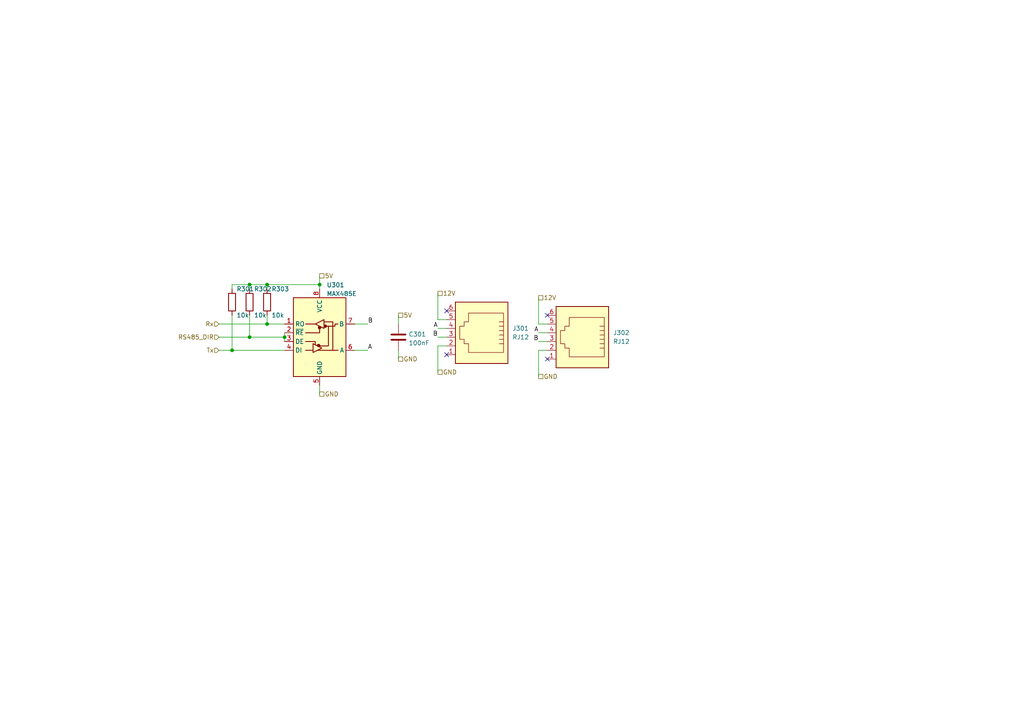
<source format=kicad_sch>
(kicad_sch (version 20230121) (generator eeschema)
  (paper "A4")
  (lib_symbols
    (symbol "Device:C" (pin_numbers hide) (pin_names (offset 0.254))
      (property "Reference" "C" (at 0.635 2.54 0))
      (property "Value" "C" (at 0.635 -2.54 0))
      (symbol "C_0_1"
        (polyline (pts (xy -2.032 -0.762) (xy 2.032 -0.762)) (stroke (width 0.508)))
        (polyline (pts (xy -2.032 0.762) (xy 2.032 0.762)) (stroke (width 0.508)))
      )
      (symbol "C_1_1"
        (pin passive line (at 0 3.81 270) (length 2.794) (name "~") (number "1"))
        (pin passive line (at 0 -3.81 90) (length 2.794) (name "~") (number "2"))
      )
    )
    (symbol "Device:R" (pin_numbers hide) (pin_names (offset 0))
      (property "Reference" "R" (at 2.032 0 90))
      (property "Value" "R" (at 0 0 90))
      (symbol "R_0_1"
        (rectangle (start -1.016 -2.54) (end 1.016 2.54) (stroke (width 0.254)))
      )
      (symbol "R_1_1"
        (pin passive line (at 0 3.81 270) (length 1.27) (name "~") (number "1"))
        (pin passive line (at 0 -3.81 90) (length 1.27) (name "~") (number "2"))
      )
    )
    (symbol "Interface_UART:MAX485E"
      (property "Reference" "U" (at -6.096 11.43 0))
      (property "Value" "MAX485E" (at 0.762 11.43 0))
      (symbol "MAX485E_0_1"
        (rectangle (start -7.62 10.16) (end 7.62 -12.7) (stroke (width 0.254)) (fill (type background)))
        (circle (center -0.3048 -3.683) (radius 0.3556) (stroke (width 0.254)) (fill (type outline)))
        (circle (center -0.0254 1.4986) (radius 0.3556) (stroke (width 0.254)) (fill (type outline)))
        (polyline (pts (xy -4.064 -5.08) (xy -1.905 -5.08)) (stroke (width 0.254)))
        (polyline (pts (xy -4.064 2.54) (xy -1.27 2.54)) (stroke (width 0.254)))
        (polyline (pts (xy -1.27 -3.2004) (xy -1.27 -3.4544)) (stroke (width 0.254)))
        (polyline (pts (xy -0.635 -5.08) (xy 5.334 -5.08)) (stroke (width 0.254)))
        (polyline (pts (xy -4.064 -2.54) (xy -1.27 -2.54) (xy -1.27 -3.175)) (stroke (width 0.254)))
        (polyline (pts (xy 0 1.27) (xy 0 0) (xy -4.064 0)) (stroke (width 0.254)))
        (polyline (pts (xy 1.27 3.175) (xy 3.81 3.175) (xy 3.81 -5.08)) (stroke (width 0.254)))
        (polyline (pts (xy 2.54 1.905) (xy 2.54 -3.81) (xy 0 -3.81)) (stroke (width 0.254)))
        (polyline (pts (xy -1.905 -3.175) (xy -1.905 -5.715) (xy 0.635 -4.445) (xy -1.905 -3.175)) (stroke (width 0.254)))
        (polyline (pts (xy -1.27 2.54) (xy 1.27 3.81) (xy 1.27 1.27) (xy -1.27 2.54)) (stroke (width 0.254)))
        (polyline (pts (xy 1.905 1.905) (xy 4.445 1.905) (xy 4.445 2.54) (xy 5.334 2.54)) (stroke (width 0.254)))
        (rectangle (start 1.27 3.175) (end 1.27 3.175))
        (circle (center 1.651 1.905) (radius 0.3556) (stroke (width 0.254)) (fill (type outline)))
      )
      (symbol "MAX485E_1_1"
        (pin output line (at -10.16 2.54 0) (length 2.54) (name "RO") (number "1"))
        (pin input line (at -10.16 0 0) (length 2.54) (name "~{RE}") (number "2"))
        (pin input line (at -10.16 -2.54 0) (length 2.54) (name "DE") (number "3"))
        (pin input line (at -10.16 -5.08 0) (length 2.54) (name "DI") (number "4"))
        (pin power_in line (at 0 -15.24 90) (length 2.54) (name "GND") (number "5"))
        (pin bidirectional line (at 10.16 -5.08 180) (length 2.54) (name "A") (number "6"))
        (pin bidirectional line (at 10.16 2.54 180) (length 2.54) (name "B") (number "7"))
        (pin power_in line (at 0 12.7 270) (length 2.54) (name "VCC") (number "8"))
      )
    )
    (symbol "custom_kicad_lib_sk:RJ12" (pin_names (offset 1.016))
      (property "Reference" "J" (at -5.08 11.43 0))
      (property "Value" "RJ12" (at 2.54 11.43 0))
      (symbol "RJ12_0_1"
        (polyline (pts (xy -6.35 -1.905) (xy -5.08 -1.905) (xy -5.08 -1.905)))
        (polyline (pts (xy -6.35 -0.635) (xy -5.08 -0.635) (xy -5.08 -0.635)))
        (polyline (pts (xy -6.35 0.635) (xy -5.08 0.635) (xy -5.08 0.635)))
        (polyline (pts (xy -6.35 1.905) (xy -5.08 1.905) (xy -5.08 1.905)))
        (polyline (pts (xy -6.35 3.175) (xy -5.08 3.175) (xy -5.08 3.175)))
        (polyline (pts (xy -5.08 4.445) (xy -6.35 4.445) (xy -6.35 4.445)))
        (polyline (pts (xy -6.35 -4.445) (xy -6.35 6.985) (xy 3.81 6.985) (xy 3.81 4.445) (xy 5.08 4.445) (xy 5.08 3.175) (xy 6.35 3.175) (xy 6.35 -0.635) (xy 5.08 -0.635) (xy 5.08 -1.905) (xy 3.81 -1.905) (xy 3.81 -4.445) (xy -6.35 -4.445) (xy -6.35 -4.445)))
        (rectangle (start 7.62 10.16) (end -7.62 -7.62) (stroke (width 0.254)) (fill (type background)))
      )
      (symbol "RJ12_1_1"
        (pin passive line (at 10.16 -5.08 180) (length 2.54) (name "~") (number "1"))
        (pin passive line (at 10.16 -2.54 180) (length 2.54) (name "~") (number "2"))
        (pin passive line (at 10.16 0 180) (length 2.54) (name "~") (number "3"))
        (pin passive line (at 10.16 2.54 180) (length 2.54) (name "~") (number "4"))
        (pin passive line (at 10.16 5.08 180) (length 2.54) (name "~") (number "5"))
        (pin passive line (at 10.16 7.62 180) (length 2.54) (name "~") (number "6"))
      )
    )
  )
  (junction (at 72.39 97.79))
  (junction (at 77.47 82.55))
  (junction (at 82.55 97.79))
  (junction (at 92.71 82.55))
  (junction (at 72.39 82.55))
  (junction (at 77.47 93.98))
  (junction (at 67.31 101.6))
  (no_connect (at 129.54 90.17))
  (no_connect (at 158.75 91.44))
  (no_connect (at 158.75 104.14))
  (no_connect (at 129.54 102.87))
  (wire (pts (xy 102.87 101.6) (xy 106.68 101.6)))
  (wire (pts (xy 156.21 109.22) (xy 156.21 101.6)))
  (wire (pts (xy 115.57 101.6) (xy 115.57 104.14)))
  (wire (pts (xy 63.5 97.79) (xy 72.39 97.79)))
  (wire (pts (xy 63.5 93.98) (xy 77.47 93.98)))
  (wire (pts (xy 67.31 91.44) (xy 67.31 101.6)))
  (wire (pts (xy 129.54 95.25) (xy 127 95.25)))
  (wire (pts (xy 92.71 80.01) (xy 92.71 82.55)))
  (wire (pts (xy 77.47 82.55) (xy 77.47 83.82)))
  (wire (pts (xy 72.39 82.55) (xy 77.47 82.55)))
  (wire (pts (xy 67.31 82.55) (xy 72.39 82.55)))
  (wire (pts (xy 82.55 97.79) (xy 82.55 99.06)))
  (wire (pts (xy 129.54 97.79) (xy 127 97.79)))
  (wire (pts (xy 115.57 91.44) (xy 115.57 93.98)))
  (wire (pts (xy 92.71 111.76) (xy 92.71 114.3)))
  (wire (pts (xy 102.87 93.98) (xy 106.68 93.98)))
  (wire (pts (xy 72.39 91.44) (xy 72.39 97.79)))
  (wire (pts (xy 77.47 82.55) (xy 92.71 82.55)))
  (wire (pts (xy 127 85.09) (xy 127 92.71)))
  (wire (pts (xy 67.31 101.6) (xy 82.55 101.6)))
  (wire (pts (xy 72.39 82.55) (xy 72.39 83.82)))
  (wire (pts (xy 127 100.33) (xy 129.54 100.33)))
  (wire (pts (xy 77.47 93.98) (xy 82.55 93.98)))
  (wire (pts (xy 127 107.95) (xy 127 100.33)))
  (wire (pts (xy 63.5 101.6) (xy 67.31 101.6)))
  (wire (pts (xy 158.75 93.98) (xy 156.21 93.98)))
  (wire (pts (xy 82.55 96.52) (xy 82.55 97.79)))
  (wire (pts (xy 72.39 97.79) (xy 82.55 97.79)))
  (wire (pts (xy 158.75 96.52) (xy 156.21 96.52)))
  (wire (pts (xy 158.75 99.06) (xy 156.21 99.06)))
  (wire (pts (xy 77.47 91.44) (xy 77.47 93.98)))
  (wire (pts (xy 67.31 82.55) (xy 67.31 83.82)))
  (wire (pts (xy 129.54 92.71) (xy 127 92.71)))
  (wire (pts (xy 92.71 82.55) (xy 92.71 83.82)))
  (wire (pts (xy 156.21 86.36) (xy 156.21 93.98)))
  (wire (pts (xy 156.21 101.6) (xy 158.75 101.6)))
  (label "B" (at 127 97.79 180))
  (label "A" (at 106.68 101.6 0))
  (label "A" (at 156.21 96.52 180))
  (label "B" (at 106.68 93.98 0))
  (label "B" (at 156.21 99.06 180))
  (label "A" (at 127 95.25 180))
  (hierarchical_label "RS485_DIR" (shape input) (at 63.5 97.79 180))
  (hierarchical_label "GND" (shape passive) (at 127 107.95 0))
  (hierarchical_label "GND" (shape passive) (at 156.21 109.22 0))
  (hierarchical_label "Rx" (shape input) (at 63.5 93.98 180))
  (hierarchical_label "12V" (shape passive) (at 156.21 86.36 0))
  (hierarchical_label "GND" (shape passive) (at 92.71 114.3 0))
  (hierarchical_label "GND" (shape passive) (at 115.57 104.14 0))
  (hierarchical_label "Tx" (shape input) (at 63.5 101.6 180))
  (hierarchical_label "12V" (shape passive) (at 127 85.09 0))
  (hierarchical_label "5V" (shape passive) (at 115.57 91.44 0))
  (hierarchical_label "5V" (shape passive) (at 92.71 80.01 0))
  (symbol (lib_id "Device:R") (at 67.31 87.63 0) (unit 1)
    (property "Reference" "R301" (at 68.58 83.82 0) (effects (justify left)))
    (property "Value" "10k" (at 68.58 91.44 0) (effects (justify left)))
    (property "Footprint" "Resistor_SMD:R_0402_1005Metric" (effects hide))
    (property "JLCPCB Part#" "C25744" (effects hide))
    (instances (project "XnetBlockUnit" (path "" (reference "R301") (unit 1))) (project "general_schematics" (path "" (reference "R4") (unit 1))))
  )
  (symbol (lib_id "custom_kicad_lib_sk:RJ12") (at 139.7 97.79 0) (mirror y) (unit 1)
    (property "Reference" "J301" (at 148.59 95.25 0) (effects (justify right)))
    (property "Value" "RJ12" (at 148.59 97.79 0) (effects (justify right)))
    (property "Footprint" "custom_kicad_lib_sk:RJ12" (effects hide))
  )
  (symbol (lib_id "Device:R") (at 77.47 87.63 0) (unit 1)
    (property "Reference" "R303" (at 78.74 83.82 0) (effects (justify left)))
    (property "Value" "10k" (at 78.74 91.44 0) (effects (justify left)))
    (property "Footprint" "Resistor_SMD:R_0402_1005Metric" (effects hide))
    (property "JLCPCB Part#" "C25744" (effects hide))
    (instances (project "XnetBlockUnit" (path "" (reference "R303") (unit 1))) (project "general_schematics" (path "" (reference "R6") (unit 1))))
  )
  (symbol (lib_id "Interface_UART:MAX485E") (at 92.71 96.52 0) (unit 1)
    (property "Reference" "U301" (at 94.7294 82.6602 0) (effects (justify left)))
    (property "Value" "MAX485E" (at 94.7294 85.1971 0) (effects (justify left)))
    (property "Footprint" "Package_SO:SOIC-8_3.9x4.9mm_P1.27mm" (effects hide))
    (property "Datasheet" "https://datasheets.maximintegrated.com/en/ds/MAX1487E-MAX491E.pdf" (effects hide))
    (property "JLCPCB Part#" "C668206" (effects hide))
    (instances (project "XnetBlockUnit" (path "" (reference "U301") (unit 1))) (project "general_schematics" (path "" (reference "U3") (unit 1))))
  )
  (symbol (lib_id "custom_kicad_lib_sk:RJ12") (at 168.91 99.06 0) (mirror y) (unit 1)
    (property "Reference" "J302" (at 177.8 96.52 0) (effects (justify right)))
    (property "Value" "RJ12" (at 177.8 99.06 0) (effects (justify right)))
    (property "Footprint" "custom_kicad_lib_sk:RJ12" (effects hide))
  )
  (symbol (lib_id "Device:R") (at 72.39 87.63 0) (unit 1)
    (property "Reference" "R302" (at 73.66 83.82 0) (effects (justify left)))
    (property "Value" "10k" (at 73.66 91.44 0) (effects (justify left)))
    (property "Footprint" "Resistor_SMD:R_0402_1005Metric" (effects hide))
    (property "JLCPCB Part#" "C25744" (effects hide))
    (instances (project "XnetBlockUnit" (path "" (reference "R302") (unit 1))) (project "general_schematics" (path "" (reference "R5") (unit 1))))
  )
  (symbol (lib_id "Device:C") (at 115.57 97.79 0) (unit 1)
    (property "Reference" "C301" (at 118.491 96.9553 0) (effects (justify left)))
    (property "Value" "100nF" (at 118.491 99.4922 0) (effects (justify left)))
    (property "Footprint" "Capacitor_SMD:C_0603_1608Metric" (effects hide))
    (property "JLCPCB Part#" "C14663" (effects hide))
    (instances (project "XnetBlockUnit" (path "" (reference "C301") (unit 1))) (project "general_schematics" (path "" (reference "C3") (unit 1))))
  )
)
</source>
